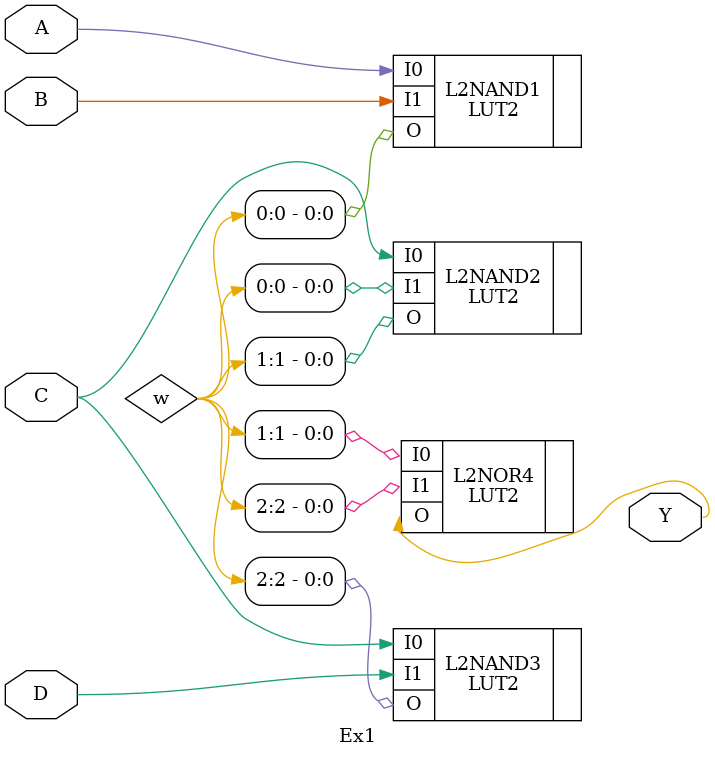
<source format=sv>
`timescale 1ns/1ns

module Ex1 (A,B,C,D,Y);
    input logic A,B,C,D;
    output logic Y;

    wire [2:0] w;

    LUT2 #(.INIT(4'h7)) L2NAND1( .I0(A), .I1(B), .O(w[0]) );
    LUT2 #(.INIT(4'h7)) L2NAND2( .I0(C), .I1(w[0]), .O(w[1]) );
    LUT2 #(.INIT(4'h7)) L2NAND3( .I0(C), .I1(D), .O(w[2]) );

    LUT2 #(.INIT(4'h1)) L2NOR4( .I0(w[1]), .I1(w[2]), .O(Y) );

endmodule

</source>
